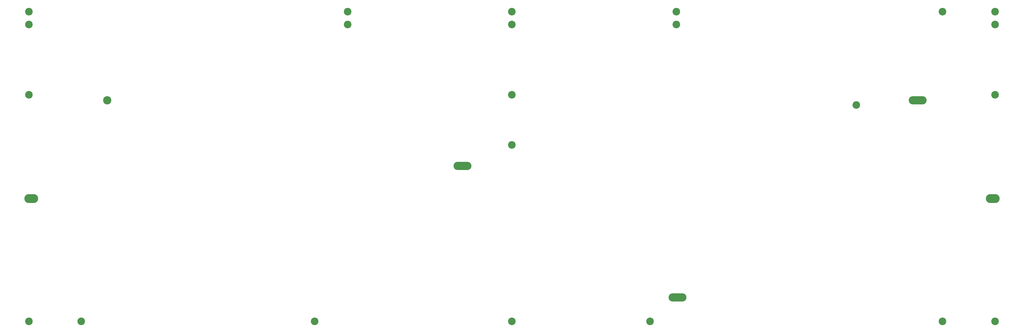
<source format=gbr>
%TF.GenerationSoftware,KiCad,Pcbnew,(5.1.9-0-10_14)*%
%TF.CreationDate,2021-02-02T06:14:29+09:00*%
%TF.ProjectId,Bottom_Plate_for_Jones_and_Unison,426f7474-6f6d-45f5-906c-6174655f666f,rev?*%
%TF.SameCoordinates,Original*%
%TF.FileFunction,Soldermask,Bot*%
%TF.FilePolarity,Negative*%
%FSLAX46Y46*%
G04 Gerber Fmt 4.6, Leading zero omitted, Abs format (unit mm)*
G04 Created by KiCad (PCBNEW (5.1.9-0-10_14)) date 2021-02-02 06:14:29*
%MOMM*%
%LPD*%
G01*
G04 APERTURE LIST*
%ADD10O,4.000000X2.600000*%
%ADD11C,2.200000*%
%ADD12O,5.200000X2.400000*%
%ADD13C,2.400000*%
G04 APERTURE END LIST*
D10*
%TO.C,REF\u002A\u002A*%
X35550000Y-79050000D03*
X314150000Y-79050000D03*
D11*
X274650000Y-51850000D03*
X314850000Y-48850000D03*
X50050000Y-114650000D03*
X299650000Y-114650000D03*
X174850000Y-63450000D03*
X299650000Y-24750000D03*
X174850000Y-48850000D03*
X174850000Y-114650000D03*
X214850000Y-114650000D03*
X314850000Y-114650000D03*
X314850000Y-28450000D03*
X314850000Y-24750000D03*
X222450000Y-28450000D03*
X222450000Y-24750000D03*
X174850000Y-28450000D03*
X174850000Y-24750000D03*
X117650000Y-114650000D03*
X127250000Y-28450000D03*
X127250000Y-24750000D03*
X34850000Y-114650000D03*
X34850000Y-48850000D03*
X34850000Y-28450000D03*
X34850000Y-24750000D03*
D12*
X160550000Y-69550000D03*
X222850000Y-107750000D03*
X292400000Y-50450000D03*
D13*
X57550000Y-50450000D03*
%TD*%
M02*

</source>
